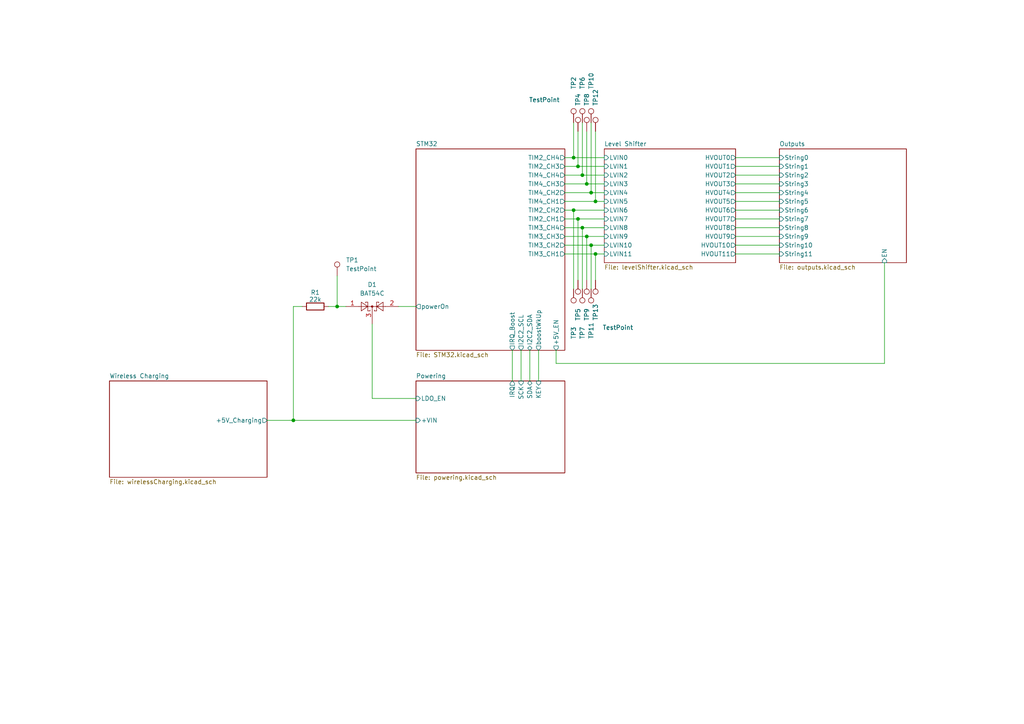
<source format=kicad_sch>
(kicad_sch (version 20231120) (generator "eeschema") (generator_version "8.0")
  (paper "A4")
  (title_block (title "Mermaid Control Unit") (date "2025-02-04") (rev "A") (company "Aurora Dreams Mermaids") (comment 1 "Designed by: Ondrej Ruzicka") (comment 4 "Hierarchy"))
  (lib_symbols
    (symbol "Connector:TestPoint" (pin_numbers hide) (pin_names (offset 0.762) hide)
      (property "Reference" "TP" (at 0 6.858 0))
      (property "Value" "TestPoint" (at 0 5.08 0))
      (symbol "TestPoint_0_1"
        (circle (center 0 3.302) (radius 0.762))
      )
      (symbol "TestPoint_1_1"
        (pin passive line (at 0 0 90) (length 2.54) (name "1") (number "1"))
      )
    )
    (symbol "Device:R" (pin_numbers hide) (pin_names (offset 0))
      (property "Reference" "R" (at 2.032 0 90))
      (property "Value" "R" (at 0 0 90))
      (symbol "R_0_1"
        (rectangle (start -1.016 -2.54) (end 1.016 2.54) (stroke (width 0.254)))
      )
      (symbol "R_1_1"
        (pin passive line (at 0 3.81 270) (length 1.27) (name "~") (number "1"))
        (pin passive line (at 0 -3.81 90) (length 1.27) (name "~") (number "2"))
      )
    )
    (symbol "Diode:BAT54C" (pin_names (offset 1.016))
      (property "Reference" "D" (at 0.635 -3.81 0))
      (property "Value" "BAT54C" (at -6.35 3.175 0))
      (symbol "BAT54C_0_1"
        (polyline (pts (xy -1.905 0) (xy 1.905 0)))
        (polyline (pts (xy -1.905 1.27) (xy -1.905 1.016)))
        (polyline (pts (xy -1.27 -1.27) (xy -0.635 -1.27)))
        (polyline (pts (xy -1.27 0) (xy -3.81 0)))
        (polyline (pts (xy -1.27 1.27) (xy -1.905 1.27)))
        (polyline (pts (xy -1.27 1.27) (xy -1.27 -1.27)))
        (polyline (pts (xy -0.635 -1.27) (xy -0.635 -1.016)))
        (polyline (pts (xy 0.635 -1.27) (xy 0.635 -1.016)))
        (polyline (pts (xy 1.27 -1.27) (xy 0.635 -1.27)))
        (polyline (pts (xy 1.27 1.27) (xy 1.27 -1.27)))
        (polyline (pts (xy 1.27 1.27) (xy 1.905 1.27)))
        (polyline (pts (xy 1.905 1.27) (xy 1.905 1.016)))
        (polyline (pts (xy 3.81 0) (xy 1.27 0)))
        (polyline (pts (xy -3.175 -1.27) (xy -3.175 1.27) (xy -1.27 0) (xy -3.175 -1.27)))
        (polyline (pts (xy 3.175 -1.27) (xy 3.175 1.27) (xy 1.27 0) (xy 3.175 -1.27)))
        (circle (center 0 0) (radius 0.254) (fill (type outline)))
      )
      (symbol "BAT54C_1_1"
        (pin passive line (at -7.62 0 0) (length 3.81) (name "~") (number "1"))
        (pin passive line (at 7.62 0 180) (length 3.81) (name "~") (number "2"))
        (pin passive line (at 0 -5.08 90) (length 5.08) (name "~") (number "3"))
      )
    )
  )
  (junction (at 167.64 63.5))
  (junction (at 171.45 55.88))
  (junction (at 166.37 60.96))
  (junction (at 170.18 53.34))
  (junction (at 85.09 121.92))
  (junction (at 166.37 45.72))
  (junction (at 172.72 58.42))
  (junction (at 168.91 66.04))
  (junction (at 168.91 50.8))
  (junction (at 97.79 88.9))
  (junction (at 167.64 48.26))
  (junction (at 170.18 68.58))
  (junction (at 171.45 71.12))
  (junction (at 172.72 73.66))
  (wire (pts (xy 167.64 48.26) (xy 175.26 48.26)))
  (wire (pts (xy 172.72 58.42) (xy 175.26 58.42)))
  (wire (pts (xy 163.83 50.8) (xy 168.91 50.8)))
  (wire (pts (xy 213.36 50.8) (xy 226.06 50.8)))
  (wire (pts (xy 163.83 66.04) (xy 168.91 66.04)))
  (wire (pts (xy 213.36 73.66) (xy 226.06 73.66)))
  (wire (pts (xy 171.45 55.88) (xy 175.26 55.88)))
  (wire (pts (xy 161.29 105.41) (xy 256.54 105.41)))
  (wire (pts (xy 77.47 121.92) (xy 85.09 121.92)))
  (wire (pts (xy 171.45 35.56) (xy 171.45 55.88)))
  (wire (pts (xy 107.95 93.98) (xy 107.95 115.57)))
  (wire (pts (xy 213.36 60.96) (xy 226.06 60.96)))
  (wire (pts (xy 213.36 66.04) (xy 226.06 66.04)))
  (wire (pts (xy 168.91 66.04) (xy 175.26 66.04)))
  (wire (pts (xy 163.83 73.66) (xy 172.72 73.66)))
  (wire (pts (xy 172.72 73.66) (xy 172.72 81.28)))
  (wire (pts (xy 163.83 68.58) (xy 170.18 68.58)))
  (wire (pts (xy 170.18 53.34) (xy 175.26 53.34)))
  (wire (pts (xy 163.83 60.96) (xy 166.37 60.96)))
  (wire (pts (xy 153.67 101.6) (xy 153.67 110.49)))
  (wire (pts (xy 172.72 73.66) (xy 175.26 73.66)))
  (wire (pts (xy 166.37 45.72) (xy 175.26 45.72)))
  (wire (pts (xy 171.45 71.12) (xy 171.45 83.82)))
  (wire (pts (xy 97.79 80.01) (xy 97.79 88.9)))
  (wire (pts (xy 168.91 50.8) (xy 175.26 50.8)))
  (wire (pts (xy 97.79 88.9) (xy 100.33 88.9)))
  (wire (pts (xy 163.83 55.88) (xy 171.45 55.88)))
  (wire (pts (xy 213.36 68.58) (xy 226.06 68.58)))
  (wire (pts (xy 115.57 88.9) (xy 120.65 88.9)))
  (wire (pts (xy 166.37 60.96) (xy 175.26 60.96)))
  (wire (pts (xy 163.83 45.72) (xy 166.37 45.72)))
  (wire (pts (xy 161.29 101.6) (xy 161.29 105.41)))
  (wire (pts (xy 166.37 60.96) (xy 166.37 83.82)))
  (wire (pts (xy 148.59 101.6) (xy 148.59 110.49)))
  (wire (pts (xy 163.83 53.34) (xy 170.18 53.34)))
  (wire (pts (xy 172.72 38.1) (xy 172.72 58.42)))
  (wire (pts (xy 171.45 71.12) (xy 175.26 71.12)))
  (wire (pts (xy 163.83 63.5) (xy 167.64 63.5)))
  (wire (pts (xy 213.36 45.72) (xy 226.06 45.72)))
  (wire (pts (xy 163.83 58.42) (xy 172.72 58.42)))
  (wire (pts (xy 167.64 63.5) (xy 167.64 81.28)))
  (wire (pts (xy 213.36 48.26) (xy 226.06 48.26)))
  (wire (pts (xy 213.36 63.5) (xy 226.06 63.5)))
  (wire (pts (xy 168.91 66.04) (xy 168.91 83.82)))
  (wire (pts (xy 95.25 88.9) (xy 97.79 88.9)))
  (wire (pts (xy 156.21 101.6) (xy 156.21 110.49)))
  (wire (pts (xy 85.09 121.92) (xy 120.65 121.92)))
  (wire (pts (xy 213.36 55.88) (xy 226.06 55.88)))
  (wire (pts (xy 213.36 53.34) (xy 226.06 53.34)))
  (wire (pts (xy 170.18 38.1) (xy 170.18 53.34)))
  (wire (pts (xy 170.18 68.58) (xy 175.26 68.58)))
  (wire (pts (xy 167.64 63.5) (xy 175.26 63.5)))
  (wire (pts (xy 166.37 35.56) (xy 166.37 45.72)))
  (wire (pts (xy 213.36 71.12) (xy 226.06 71.12)))
  (wire (pts (xy 256.54 105.41) (xy 256.54 76.2)))
  (wire (pts (xy 168.91 35.56) (xy 168.91 50.8)))
  (wire (pts (xy 167.64 38.1) (xy 167.64 48.26)))
  (wire (pts (xy 85.09 88.9) (xy 85.09 121.92)))
  (wire (pts (xy 213.36 58.42) (xy 226.06 58.42)))
  (wire (pts (xy 163.83 71.12) (xy 171.45 71.12)))
  (wire (pts (xy 170.18 68.58) (xy 170.18 81.28)))
  (wire (pts (xy 107.95 115.57) (xy 120.65 115.57)))
  (wire (pts (xy 151.13 101.6) (xy 151.13 110.49)))
  (wire (pts (xy 163.83 48.26) (xy 167.64 48.26)))
  (wire (pts (xy 87.63 88.9) (xy 85.09 88.9)))
  (symbol (lib_id "Connector:TestPoint") (at 166.37 35.56 0) (unit 1)
    (property "Reference" "TP2" (at 166.37 25.908 90) (effects (justify left)))
    (property "Value" "TestPoint" (at 153.416 28.956 0) (effects (justify left)))
    (property "Footprint" "TestPoint:TestPoint_Pad_D1.5mm" (effects (hide yes)))
    (property "Description" "test point" (effects (hide yes)))
  )
  (symbol (lib_id "Connector:TestPoint") (at 172.72 81.28 0) (mirror x) (unit 1)
    (property "Reference" "TP13" (at 172.72 88.138 90) (effects (justify left)))
    (property "Value" "TestPoint" (effects (hide yes)))
    (property "Footprint" "TestPoint:TestPoint_Pad_D1.5mm" (effects (hide yes)))
    (property "Description" "test point" (effects (hide yes)))
  )
  (symbol (lib_id "Connector:TestPoint") (at 167.64 81.28 0) (mirror x) (unit 1)
    (property "Reference" "TP5" (at 167.64 89.408 90) (effects (justify left)))
    (property "Value" "TestPoint" (effects (hide yes)))
    (property "Footprint" "TestPoint:TestPoint_Pad_D1.5mm" (effects (hide yes)))
    (property "Description" "test point" (effects (hide yes)))
  )
  (symbol (lib_id "Device:R") (at 91.44 88.9 90) (unit 1)
    (property "Reference" "R1" (at 91.44 84.836 90))
    (property "Value" "22k" (at 91.44 86.868 90))
    (property "Footprint" "Resistor_SMD:R_0603_1608Metric" (effects (hide yes)))
    (property "Description" "Resistor" (effects (hide yes)))
    (property "Part Number" "RC0603FR-0722KL" (effects (hide yes)))
  )
  (symbol (lib_id "Connector:TestPoint") (at 167.64 38.1 0) (unit 1)
    (property "Reference" "TP4" (at 167.64 30.734 90) (effects (justify left)))
    (property "Value" "TestPoint" (effects (hide yes)))
    (property "Footprint" "TestPoint:TestPoint_Pad_D1.5mm" (effects (hide yes)))
    (property "Description" "test point" (effects (hide yes)))
  )
  (symbol (lib_id "Connector:TestPoint") (at 168.91 35.56 0) (unit 1)
    (property "Reference" "TP6" (at 168.91 25.908 90) (effects (justify left)))
    (property "Value" "TestPoint" (effects (hide yes)))
    (property "Footprint" "TestPoint:TestPoint_Pad_D1.5mm" (effects (hide yes)))
    (property "Description" "test point" (effects (hide yes)))
  )
  (symbol (lib_id "Connector:TestPoint") (at 170.18 81.28 0) (mirror x) (unit 1)
    (property "Reference" "TP9" (at 170.18 89.408 90) (effects (justify left)))
    (property "Value" "TestPoint" (effects (hide yes)))
    (property "Footprint" "TestPoint:TestPoint_Pad_D1.5mm" (effects (hide yes)))
    (property "Description" "test point" (effects (hide yes)))
  )
  (symbol (lib_id "Connector:TestPoint") (at 172.72 38.1 0) (unit 1)
    (property "Reference" "TP12" (at 172.72 30.734 90) (effects (justify left)))
    (property "Value" "TestPoint" (effects (hide yes)))
    (property "Footprint" "TestPoint:TestPoint_Pad_D1.5mm" (effects (hide yes)))
    (property "Description" "test point" (effects (hide yes)))
  )
  (symbol (lib_id "Connector:TestPoint") (at 166.37 83.82 0) (mirror x) (unit 1)
    (property "Reference" "TP3" (at 166.37 94.742 90) (effects (justify left)))
    (property "Value" "TestPoint" (at 174.752 94.996 0) (effects (justify left)))
    (property "Footprint" "TestPoint:TestPoint_Pad_D1.5mm" (effects (hide yes)))
    (property "Description" "test point" (effects (hide yes)))
  )
  (symbol (lib_id "Connector:TestPoint") (at 170.18 38.1 0) (unit 1)
    (property "Reference" "TP8" (at 170.18 30.734 90) (effects (justify left)))
    (property "Value" "TestPoint" (effects (hide yes)))
    (property "Footprint" "TestPoint:TestPoint_Pad_D1.5mm" (effects (hide yes)))
    (property "Description" "test point" (effects (hide yes)))
  )
  (symbol (lib_id "Connector:TestPoint") (at 171.45 83.82 0) (mirror x) (unit 1)
    (property "Reference" "TP11" (at 171.45 93.472 90) (effects (justify left)))
    (property "Value" "TestPoint" (effects (hide yes)))
    (property "Footprint" "TestPoint:TestPoint_Pad_D1.5mm" (effects (hide yes)))
    (property "Description" "test point" (effects (hide yes)))
  )
  (symbol (lib_id "Diode:BAT54C") (at 107.95 88.9 0) (unit 1)
    (property "Reference" "D1" (at 107.95 82.55 0))
    (property "Value" "BAT54C" (at 107.95 85.09 0))
    (property "Footprint" "Package_TO_SOT_SMD:SOT-23" (effects (hide yes)))
    (property "Datasheet" "http://www.diodes.com/_files/datasheets/ds11005.pdf" (effects (hide yes)))
    (property "Description" "dual schottky barrier diode, common cathode" (effects (hide yes)))
    (property "Part Number" "BAT54CLT1G" (effects (hide yes)))
  )
  (symbol (lib_id "Connector:TestPoint") (at 171.45 35.56 0) (unit 1)
    (property "Reference" "TP10" (at 171.45 25.908 90) (effects (justify left)))
    (property "Value" "TestPoint" (effects (hide yes)))
    (property "Footprint" "TestPoint:TestPoint_Pad_D1.5mm" (effects (hide yes)))
    (property "Description" "test point" (effects (hide yes)))
  )
  (symbol (lib_id "Connector:TestPoint") (at 97.79 80.01 0) (unit 1)
    (property "Reference" "TP1" (at 100.33 75.4379 0) (effects (justify left)))
    (property "Value" "TestPoint" (at 100.33 77.9779 0) (effects (justify left)))
    (property "Footprint" "TestPoint:TestPoint_Pad_D1.5mm" (effects (hide yes)))
    (property "Description" "test point" (effects (hide yes)))
  )
  (symbol (lib_id "Connector:TestPoint") (at 168.91 83.82 0) (mirror x) (unit 1)
    (property "Reference" "TP7" (at 168.91 94.742 90) (effects (justify left)))
    (property "Value" "TestPoint" (effects (hide yes)))
    (property "Footprint" "TestPoint:TestPoint_Pad_D1.5mm" (effects (hide yes)))
    (property "Description" "test point" (effects (hide yes)))
  )
  (sheet (at 120.65 110.49) (size 43.18 26.67) (stroke (width 0.1524))
    (property "Sheetname" "Powering" (at 120.65 109.7784 0) (effects (justify left bottom)))
    (property "Sheetfile" "powering.kicad_sch" (at 120.65 137.7446 0) (effects (justify left top)))
    (pin "IRQ" output (at 148.59 110.49 90))
    (pin "SDA" bidirectional (at 153.67 110.49 90))
    (pin "SCK" input (at 151.13 110.49 90))
    (pin "KEY" input (at 156.21 110.49 90))
    (pin "LDO_EN" input (at 120.65 115.57 180))
    (pin "+VIN" input (at 120.65 121.92 180))
  )
  (sheet (at 120.65 43.18) (size 43.18 58.42) (stroke (width 0.1524))
    (property "Sheetname" "STM32" (at 120.65 42.4684 0) (effects (justify left bottom)))
    (property "Sheetfile" "STM32.kicad_sch" (at 120.65 102.1846 0) (effects (justify left top)))
    (pin "TIM4_CH3" output (at 163.83 53.34 0))
    (pin "TIM4_CH4" output (at 163.83 50.8 0))
    (pin "I2C2_SCL" output (at 151.13 101.6 270))
    (pin "I2C2_SDA" bidirectional (at 153.67 101.6 270))
    (pin "boostWkUp" output (at 156.21 101.6 270))
    (pin "powerOn" output (at 120.65 88.9 180))
    (pin "TIM4_CH1" output (at 163.83 58.42 0))
    (pin "TIM3_CH4" output (at 163.83 66.04 0))
    (pin "TIM3_CH3" output (at 163.83 68.58 0))
    (pin "TIM2_CH2" output (at 163.83 60.96 0))
    (pin "TIM4_CH2" output (at 163.83 55.88 0))
    (pin "IRQ_Boost" output (at 148.59 101.6 270))
    (pin "TIM2_CH4" output (at 163.83 45.72 0))
    (pin "TIM2_CH3" output (at 163.83 48.26 0))
    (pin "TIM3_CH1" output (at 163.83 73.66 0))
    (pin "TIM3_CH2" output (at 163.83 71.12 0))
    (pin "TIM2_CH1" output (at 163.83 63.5 0))
    (pin "+5V_EN" output (at 161.29 101.6 270))
  )
  (sheet (at 226.06 43.18) (size 36.83 33.02) (stroke (width 0.1524))
    (property "Sheetname" "Outputs" (at 226.06 42.4684 0) (effects (justify left bottom)))
    (property "Sheetfile" "outputs.kicad_sch" (at 226.06 76.7846 0) (effects (justify left top)))
    (pin "String11" input (at 226.06 73.66 180))
    (pin "String5" input (at 226.06 58.42 180))
    (pin "String4" input (at 226.06 55.88 180))
    (pin "String10" input (at 226.06 71.12 180))
    (pin "String7" input (at 226.06 63.5 180))
    (pin "String1" input (at 226.06 48.26 180))
    (pin "String0" input (at 226.06 45.72 180))
    (pin "String6" input (at 226.06 60.96 180))
    (pin "String3" input (at 226.06 53.34 180))
    (pin "String9" input (at 226.06 68.58 180))
    (pin "String2" input (at 226.06 50.8 180))
    (pin "String8" input (at 226.06 66.04 180))
    (pin "EN" input (at 256.54 76.2 270))
  )
  (sheet (at 175.26 43.18) (size 38.1 33.02) (stroke (width 0.1524))
    (property "Sheetname" "Level Shifter" (at 175.26 42.4684 0) (effects (justify left bottom)))
    (property "Sheetfile" "levelShifter.kicad_sch" (at 175.26 76.7846 0) (effects (justify left top)))
    (pin "LVIN2" input (at 175.26 50.8 180))
    (pin "LVIN3" input (at 175.26 53.34 180))
    (pin "HVOUT2" output (at 213.36 50.8 0))
    (pin "HVOUT3" output (at 213.36 53.34 0))
    (pin "LVIN6" input (at 175.26 60.96 180))
    (pin "LVIN7" input (at 175.26 63.5 180))
    (pin "LVIN1" input (at 175.26 48.26 180))
    (pin "LVIN0" input (at 175.26 45.72 180))
    (pin "HVOUT1" output (at 213.36 48.26 0))
    (pin "HVOUT0" output (at 213.36 45.72 0))
    (pin "HVOUT6" output (at 213.36 60.96 0))
    (pin "HVOUT7" output (at 213.36 63.5 0))
    (pin "LVIN4" input (at 175.26 55.88 180))
    (pin "LVIN5" input (at 175.26 58.42 180))
    (pin "HVOUT4" output (at 213.36 55.88 0))
    (pin "HVOUT5" output (at 213.36 58.42 0))
    (pin "HVOUT10" output (at 213.36 71.12 0))
    (pin "HVOUT11" output (at 213.36 73.66 0))
    (pin "HVOUT8" output (at 213.36 66.04 0))
    (pin "HVOUT9" output (at 213.36 68.58 0))
    (pin "LVIN10" input (at 175.26 71.12 180))
    (pin "LVIN11" input (at 175.26 73.66 180))
    (pin "LVIN8" input (at 175.26 66.04 180))
    (pin "LVIN9" input (at 175.26 68.58 180))
  )
  (sheet (at 31.75 110.49) (size 45.72 27.94) (stroke (width 0.1524))
    (property "Sheetname" "Wireless Charging" (at 31.75 109.7784 0) (effects (justify left bottom)))
    (property "Sheetfile" "wirelessCharging.kicad_sch" (at 31.75 139.0146 0) (effects (justify left top)))
    (pin "+5V_Charging" output (at 77.47 121.92 0))
  )
)
</source>
